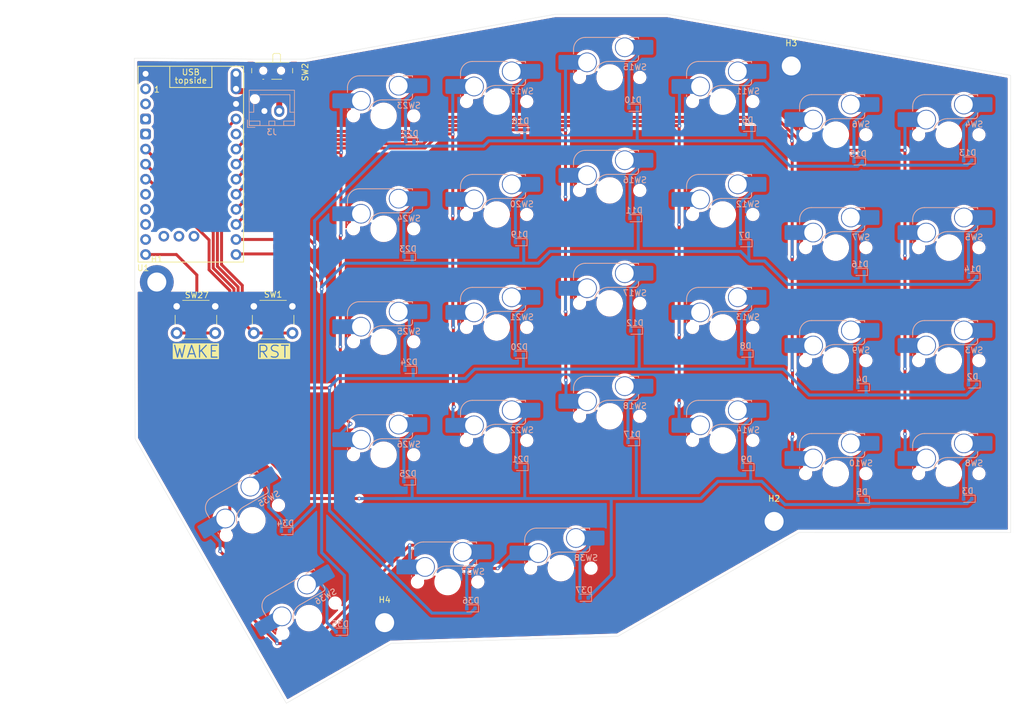
<source format=kicad_pcb>
(kicad_pcb (version 20240108) (generator "pcbnew") (generator_version "8.0")
  (layers (0 "F.Cu" signal) (31 "B.Cu" signal) (34 "B.Paste" user) (35 "F.Paste" user) (36 "B.SilkS" user "B.Silkscreen") (37 "F.SilkS" user "F.Silkscreen") (38 "B.Mask" user) (39 "F.Mask" user) (44 "Edge.Cuts" user))
  (net 0 "")
  (net 1 "GND")
  (net 2 "+BATT")
  (net 4 "WAKE")
  (net 5 "row2")
  (net 6 "Net-(D2-A)")
  (net 7 "Net-(D3-A)")
  (net 8 "row3")
  (net 9 "Net-(D4-A)")
  (net 10 "Net-(D5-A)")
  (net 11 "row0")
  (net 12 "Net-(D6-A)")
  (net 13 "row1")
  (net 14 "Net-(D7-A)")
  (net 15 "Net-(D8-A)")
  (net 16 "Net-(D9-A)")
  (net 17 "Net-(D10-A)")
  (net 18 "Net-(D11-A)")
  (net 19 "Net-(D12-A)")
  (net 20 "Net-(D13-A)")
  (net 21 "Net-(D14-A)")
  (net 22 "Net-(D15-A)")
  (net 23 "Net-(D16-A)")
  (net 24 "Net-(D17-A)")
  (net 25 "Net-(D18-A)")
  (net 26 "Net-(D19-A)")
  (net 27 "Net-(D20-A)")
  (net 28 "Net-(D21-A)")
  (net 29 "Net-(D22-A)")
  (net 30 "Net-(D23-A)")
  (net 31 "Net-(D24-A)")
  (net 32 "Net-(D25-A)")
  (net 33 "Net-(D34-A)")
  (net 34 "Net-(D35-A)")
  (net 35 "Net-(D36-A)")
  (net 36 "Net-(D37-A)")
  (net 37 "RST")
  (net 46 "col0")
  (net 47 "col1")
  (net 48 "col2")
  (net 49 "col3")
  (net 50 "col5")
  (net 51 "col6")
  (net 52 "col4")
  (net 53 "Net-(SW2-B)")
  (footprint "MountingHole:MountingHole_3.2mm_M3_ISO7380_Pad" (layer "F.Cu") (at 243.84 45.3136)
    (property "Reference" "H3")
    (property "Value" "MountingHole_Pad")
  )
  (footprint "MountingHole:MountingHole_3.2mm_M3_ISO7380_Pad" (layer "F.Cu") (at 240.9444 122.1232)
    (property "Reference" "H2")
    (property "Value" "MountingHole_Pad")
  )
  (footprint "Button_Switch_SMD:SW_SPDT_PCM12" (layer "F.Cu") (at 156.3589 46.43145 180)
    (property "Reference" "SW2")
    (property "Value" "SW_SPDT")
  )
  (footprint "MountingHole:MountingHole_3.2mm_M3_ISO7380_Pad" (layer "F.Cu") (at 175.3108 139.192)
    (property "Reference" "H4")
    (property "Value" "MountingHole_Pad")
  )
  (footprint "MountingHole:MountingHole_3.2mm_M3_ISO7380_Pad" (layer "F.Cu") (at 136.91325 81.7511)
    (property "Reference" "H1")
    (property "Value" "MountingHole_Pad")
  )
  (footprint "Button_Switch_THT:SW_PUSH_6mm_H5mm" (layer "F.Cu") (at 140.2612 85.8507)
    (property "Reference" "SW27")
    (property "Value" "SW_Push")
  )
  (footprint "PCM_marbastlib-xp-promicroish:SuperMini_nRF52840_AH_USBup" (layer "F.Cu") (at 142.6464 63.1444)
    (property "Reference" "U1")
    (property "Value" "SuperMini nRF52840")
  )
  (footprint "Button_Switch_THT:SW_PUSH_6mm_H5mm" (layer "F.Cu") (at 153.2648 85.8507)
    (property "Reference" "SW1")
    (property "Value" "SW_Push")
  )
  (footprint "Diode_SMD:D_SOD-523" (layer "B.Cu") (at 158.6 123.725 180)
    (property "Reference" "D34")
    (property "Value" "1N4148WT")
  )
  (footprint "PCM_marbastlib-mx:SW_MX_HS_CPG151101S11_1u" (layer "B.Cu") (at 175.132648 72.771 180)
    (property "Reference" "SW24")
    (property "Value" "MX_SW_HS")
  )
  (footprint "Diode_SMD:D_SOD-523" (layer "B.Cu") (at 217.175 52.35 180)
    (property "Reference" "D10")
    (property "Value" "1N4148WT")
  )
  (footprint "PCM_marbastlib-mx:SW_MX_HS_CPG151101S11_1u" (layer "B.Cu") (at 232.282648 70.358 180)
    (property "Reference" "SW12")
    (property "Value" "MX_SW_HS")
  )
  (footprint "PCM_marbastlib-mx:SW_MX_HS_CPG151101S11_1u" (layer "B.Cu") (at 153.025 121.925 -150)
    (property "Reference" "SW35")
    (property "Value" "MX_SW_HS")
  )
  (footprint "PCM_marbastlib-mx:SW_MX_HS_CPG151101S11_1u" (layer "B.Cu") (at 270.382472 114.046 180)
    (property "Reference" "SW8")
    (property "Value" "MX_SW_HS")
  )
  (footprint "PCM_marbastlib-mx:SW_MX_HS_CPG151101S11_1u" (layer "B.Cu") (at 232.282648 89.408 180)
    (property "Reference" "SW13")
    (property "Value" "MX_SW_HS")
  )
  (footprint "PCM_marbastlib-mx:SW_MX_HS_CPG151101S11_1u" (layer "B.Cu") (at 213.232472 66.294 180)
    (property "Reference" "SW16")
    (property "Value" "MX_SW_HS")
  )
  (footprint "PCM_marbastlib-mx:SW_MX_HS_CPG151101S11_1u" (layer "B.Cu") (at 175.132472 91.821 180)
    (property "Reference" "SW25")
    (property "Value" "MX_SW_HS")
  )
  (footprint "Diode_SMD:D_SOD-523" (layer "B.Cu") (at 198.05 75.025 180)
    (property "Reference" "D19")
    (property "Value" "1N4148WT")
  )
  (footprint "Diode_SMD:D_SOD-523" (layer "B.Cu") (at 179.425 96.575 180)
    (property "Reference" "D24")
    (property "Value" "1N4148WT")
  )
  (footprint "Diode_SMD:D_SOD-523" (layer "B.Cu") (at 179.25 77.475 180)
    (property "Reference" "D23")
    (property "Value" "1N4148WT")
  )
  (footprint "Diode_SMD:D_SOD-523" (layer "B.Cu") (at 217.35 70.975 180)
    (property "Reference" "D11")
    (property "Value" "1N4148WT")
  )
  (footprint "PCM_marbastlib-mx:SW_MX_HS_CPG151101S11_1u" (layer "B.Cu") (at 175.132648 110.871 180)
    (property "Reference" "SW26")
    (property "Value" "MX_SW_HS")
  )
  (footprint "PCM_marbastlib-mx:SW_MX_HS_CPG151101S11_1u" (layer "B.Cu") (at 194.182648 89.408 180)
    (property "Reference" "SW21")
    (property "Value" "MX_SW_HS")
  )
  (footprint "PCM_marbastlib-mx:SW_MX_HS_CPG151101S11_1u" (layer "B.Cu") (at 185.928 132.334 180)
    (property "Reference" "SW37")
    (property "Value" "MX_SW_HS")
  )
  (footprint "Diode_SMD:D_SOD-523" (layer "B.Cu") (at 189.85 136.775 180)
    (property "Reference" "D36")
    (property "Value" "1N4148WT")
  )
  (footprint "PCM_marbastlib-mx:SW_MX_HS_CPG151101S11_1u" (layer "B.Cu") (at 251.332648 75.946 180)
    (property "Reference" "SW7")
    (property "Value" "MX_SW_HS")
  )
  (footprint "PCM_marbastlib-mx:SW_MX_HS_CPG151101S11_1u" (layer "B.Cu") (at 194.182472 70.358 180)
    (property "Reference" "SW20")
    (property "Value" "MX_SW_HS")
  )
  (footprint "Diode_SMD:D_SOD-523" (layer "B.Cu") (at 217.5 89.95 180)
    (property "Reference" "D12")
    (property "Value" "1N4148WT")
  )
  (footprint "PCM_marbastlib-mx:SW_MX_HS_CPG151101S11_1u" (layer "B.Cu") (at 205 130 180)
    (property "Reference" "SW38")
    (property "Value" "MX_SW_HS")
  )
  (footprint "Diode_SMD:D_SOD-523" (layer "B.Cu") (at 198 94 180)
    (property "Reference" "D20")
    (property "Value" "1N4148WT")
  )
  (footprint "Diode_SMD:D_SOD-523" (layer "B.Cu") (at 236.15 93.825 180)
    (property "Reference" "D8")
    (property "Value" "1N4148WT")
  )
  (footprint "PCM_marbastlib-mx:SW_MX_HS_CPG151101S11_1u" (layer "B.Cu") (at 194.182472 51.308 180)
    (property "Reference" "SW19")
    (property "Value" "MX_SW_HS")
  )
  (footprint "PCM_marbastlib-mx:SW_MX_HS_CPG151101S11_1u" (layer "B.Cu") (at 213.232472 85.344 180)
    (property "Reference" "SW17")
    (property "Value" "MX_SW_HS")
  )
  (footprint "Diode_SMD:D_SOD-523" (layer "B.Cu") (at 179.25 115.375 180)
    (property "Reference" "D25")
    (property "Value" "1N4148WT")
  )
  (footprint "Diode_SMD:D_SOD-523" (layer "B.Cu") (at 255.75 118.475 180)
    (property "Reference" "D5")
    (property "Value" "1N4148WT")
  )
  (footprint "Diode_SMD:D_SOD-523" (layer "B.Cu") (at 274.4 99.025 180)
    (property "Reference" "D2")
    (property "Value" "1N4148WT")
  )
  (footprint "Diode_SMD:D_SOD-523" (layer "B.Cu") (at 273.575 61.25 180)
    (property "Reference" "D13")
    (property "Value" "1N4148WT")
  )
  (footprint "Diode_SMD:D_SOD-523" (layer "B.Cu") (at 198.225 112.95 180)
    (property "Reference" "D21")
    (property "Value" "1N4148WT")
  )
  (footprint "PCM_marbastlib-mx:SW_MX_HS_CPG151101S11_1u" (layer "B.Cu") (at 162.56 138.43 -150)
    (property "Reference" "SW36")
    (property "Value" "MX_SW_HS")
  )
  (footprint "PCM_marbastlib-mx:SW_MX_HS_CPG151101S11_1u" (layer "B.Cu") (at 251.332648 94.996 180)
    (property "Reference" "SW9")
    (property "Value" "MX_SW_HS")
  )
  (footprint "Diode_SMD:D_SOD-523" (layer "B.Cu") (at 273.575 118.3 180)
    (property "Reference" "D3")
    (property "Value" "1N4148WT")
  )
  (footprint "Diode_SMD:D_SOD-523" (layer "B.Cu") (at 217.025 108.75 180)
    (property "Reference" "D17")
    (property "Value" "1N4148WT")
  )
  (footprint "Diode_SMD:D_SOD-523" (layer "B.Cu") (at 274.4 80.875 180)
    (property "Reference" "D14")
    (property "Value" "1N4148WT")
  )
  (footprint "PCM_marbastlib-mx:SW_MX_HS_CPG151101S11_1u" (layer "B.Cu") (at 194.182648 108.458 180)
    (property "Reference" "SW22")
    (property "Value" "MX_SW_HS")
  )
  (footprint "Diode_SMD:D_SOD-523" (layer "B.Cu") (at 255.75 99.5 180)
    (property "Reference" "D4")
    (property "Value" "1N4148WT")
  )
  (footprint "PCM_marbastlib-mx:SW_MX_HS_CPG151101S11_1u" (layer "B.Cu") (at 251.332648 56.896 180)
    (property "Reference" "SW6")
    (property "Value" "MX_SW_HS")
  )
  (footprint "PCM_marbastlib-mx:SW_MX_HS_CPG151101S11_1u" (layer "B.Cu") (at 213.232648 104.394 180)
    (property "Reference" "SW18")
    (property "Value" "MX_SW_HS")
  )
  (footprint "Diode_SMD:D_SOD-523" (layer "B.Cu") (at 235.975 75.2 180)
    (property "Reference" "D7")
    (property "Value" "1N4148WT")
  )
  (footprint "Diode_SMD:D_SOD-523" (layer "B.Cu") (at 236.475 55.75 180)
    (property "Reference" "D6")
    (property "Value" "1N4148WT")
  )
  (footprint "PCM_marbastlib-mx:SW_MX_HS_CPG151101S11_1u" (layer "B.Cu") (at 270.382648 94.996 180)
    (property "Reference" "SW3")
    (property "Value" "MX_SW_HS")
  )
  (footprint "PCM_marbastlib-mx:SW_MX_HS_CPG151101S11_1u" (layer "B.Cu") (at 251.332472 114.046 180)
    (property "Reference" "SW10")
    (property "Value" "MX_SW_HS")
  )
  (footprint "Diode_SMD:D_SOD-523" (layer "B.Cu") (at 208.925 135 180)
    (property "Reference" "D37")
    (property "Value" "1N4148WT")
  )
  (footprint "PCM_marbastlib-mx:SW_MX_HS_CPG151101S11_1u" (layer "B.Cu") (at 232.282472 108.458 180)
    (property "Reference" "SW14")
    (property "Value" "MX_SW_HS")
  )
  (footprint "PCM_marbastlib-mx:SW_MX_HS_CPG151101S11_1u" (layer "B.Cu") (at 270.382472 56.896 180)
    (property "Reference" "SW4")
    (property "Value" "MX_SW_HS")
  )
  (footprint "Connector_JST:JST_XH_B2B-XH-AM_1x02_P2.50mm_Vertical" (layer "B.Cu") (at 155.04945 52.9092)
    (property "Reference" "J3")
    (property "Value" "Conn_01x02")
  )
  (footprint "PCM_marbastlib-mx:SW_MX_HS_CPG151101S11_1u" (layer "B.Cu") (at 175.132648 53.721 180)
    (property "Reference" "SW23")
    (property "Value" "MX_SW_HS")
  )
  (footprint "Diode_SMD:D_SOD-523" (layer "B.Cu") (at 236.3 112.95 180)
    (property "Reference" "D9")
    (property "Value" "1N4148WT")
  )
  (footprint "Diode_SMD:D_SOD-523" (layer "B.Cu") (at 198.225 55.9 180)
    (property "Reference" "D18")
    (property "Value" "1N4148WT")
  )
  (footprint "PCM_marbastlib-mx:SW_MX_HS_CPG151101S11_1u" (layer "B.Cu") (at 270.382472 75.946 180)
    (property "Reference" "SW5")
    (property "Value" "MX_SW_HS")
  )
  (footprint "Diode_SMD:D_SOD-523" (layer "B.Cu") (at 255.1 61.425 180)
    (property "Reference" "D15")
    (property "Value" "1N4148WT")
  )
  (footprint "Diode_SMD:D_SOD-523" (layer "B.Cu") (at 255.425 80.05 180)
    (property "Reference" "D16")
    (property "Value" "1N4148WT")
  )
  (footprint "Diode_SMD:D_SOD-523" (layer "B.Cu") (at 179.575 58.025 180)
    (property "Reference" "D22")
    (property "Value" "1N4148WT")
  )
  (footprint "Diode_SMD:D_SOD-523" (layer "B.Cu") (at 167.825 140.725 180)
    (property "Reference" "D35")
    (property "Value" "1N4148WT")
  )
  (footprint "PCM_marbastlib-mx:SW_MX_HS_CPG151101S11_1u" (layer "B.Cu") (at 213.232648 47.244 180)
    (property "Reference" "SW15")
    (property "Value" "MX_SW_HS")
  )
  (footprint "PCM_marbastlib-mx:SW_MX_HS_CPG151101S11_1u" (layer "B.Cu") (at 232.282648 51.308 180)
    (property "Reference" "SW11")
    (property "Value" "MX_SW_HS")
  )
  (gr_poly (pts (xy 158.74 152.78725) (xy 176.4 142.7) (xy 214.6 141.5) (xy 245.1 124) (xy 280.8224 124.0028) (xy 280.8 46.9) (xy 223 36.6) (xy 204 36.6) (xy 161.979999 44.1425) (xy 152.879999 44.1425) (xy 133.1232 43.9968) (xy 133.2484 108.1532)) (stroke (width 0.05)) (fill none) (layer "Edge.Cuts"))
  (gr_text "RST\n" (at 153.700514 94.6692 0) (layer "F.SilkS" knockout) (effects (font (size 2 2) (thickness 0.2)) (justify left bottom)))
  (gr_text "WAKE" (at 139.506438 94.6692 0) (layer "F.SilkS" knockout) (effects (font (size 2 2) (thickness 0.2)) (justify left bottom)))
  (segment (start 157.54945 52.9092) (end 157.54945 48.9209) (width 1) (layer "F.Cu") (net 2))
  (segment (start 157.54945 48.9209) (end 158.6089 47.86145) (width 1) (layer "F.Cu") (net 2))
  (segment (start 140.2612 90.3507) (end 143.6597 90.3507) (width 0.5) (layer "F.Cu") (net 4))
  (segment (start 143.6597 90.3507) (end 146.7612 90.3507) (width 0.5) (layer "F.Cu") (net 4))
  (segment (start 140.21355 77.1144) (end 135.0264 77.1144) (width 0.5) (layer "F.Cu") (net 4))
  (segment (start 143.6597 90.3507) (end 143.6597 80.56055) (width 0.5) (layer "F.Cu") (net 4))
  (segment (start 143.6597 80.56055) (end 140.21355 77.1144) (width 0.5) (layer "F.Cu") (net 4))
  (segment (start 166.0144 99.60935) (end 157.54945 99.60935) (width 0.5) (layer "F.Cu") (net 5))
  (segment (start 150.6156 92.6755) (end 150.6156 82.5957) (width 0.5) (layer "F.Cu") (net 5))
  (segment (start 147.128 71.436) (end 135.0264 59.3344) (width 0.5) (layer "F.Cu") (net 5))
  (segment (start 150.6156 82.5957) (end 147.128 79.1081) (width 0.5) (layer "F.Cu") (net 5))
  (segment (start 157.54945 99.60935) (end 150.6156 92.6755) (width 0.5) (layer "F.Cu") (net 5))
  (segment (start 147.128 79.1081) (end 147.128 71.436) (width 0.5) (layer "F.Cu") (net 5))
  (via (at 166.0144 99.60935) (size 0.6) (drill 0.3) (layers "F.Cu" "B.Cu") (net 5))
  (segment (start 190.488 96.43455) (end 198.425 96.43455) (width 0.5) (layer "B.Cu") (net 5))
  (segment (start 188.9006 98.02195) (end 190.488 96.43455) (width 0.5) (layer "B.Cu") (net 5))
  (segment (start 198.7 94) (end 198.7 96.15955) (width 0.5) (layer "B.Cu") (net 5))
  (segment (start 256.76195 100.7999) (end 273.3251 100.7999) (width 0.5) (layer "B.Cu") (net 5))
  (segment (start 218.2 96.36705) (end 218.2 89.95) (width 0.5) (layer "B.Cu") (net 5))
  (segment (start 183.295 137.575) (end 166.0144 120.2944) (width 0.5) (layer "B.Cu") (net 5))
  (segment (start 167.4707 98.02195) (end 188.9006 98.02195) (width 0.5) (layer "B.Cu") (net 5))
  (segment (start 256.45 99.5) (end 256.45 100.48795) (width 0.5) (layer "B.Cu") (net 5))
  (segment (start 273.3251 100.7999) (end 275.1 99.025) (width 0.5) (layer "B.Cu") (net 5))
  (segment (start 246.8407 100.7999) (end 256.76195 100.7999) (width 0.5) (layer "B.Cu") (net 5))
  (segment (start 237.3163 96.43455) (end 242.47535 96.43455) (width 0.5) (layer "B.Cu") (net 5))
  (segment (start 189.75 137.575) (end 183.295 137.575) (width 0.5) (layer "B.Cu") (net 5))
  (segment (start 236.85 93.825) (end 236.85 96.43455) (width 0.5) (layer "B.Cu") (net 5))
  (segment (start 166.0144 120.2944) (end 166.0144 99.60935) (width 0.5) (layer "B.Cu") (net 5))
  (segment (start 180.125 96.575) (end 180.125 98.02195) (width 0.5) (layer "B.Cu") (net 5))
  (segment (start 190.55 136.775) (end 189.75 137.575) (width 0.5) (layer "B.Cu") (net 5))
  (segment (start 166.0144 99.60935) (end 166.0144 99.47825) (width 0.5) (layer "B.Cu") (net 5))
  (segment (start 242.47535 96.43455) (end 246.8407 100.7999) (width 0.5) (layer "B.Cu") (net 5))
  (segment (start 198.425 96.43455) (end 237.3163 96.43455) (width 0.5) (layer "B.Cu") (net 5))
  (segment (start 256.45 100.48795) (end 256.76195 100.7999) (width 0.5) (layer "B.Cu") (net 5))
  (segment (start 166.0144 99.47825) (end 167.4707 98.02195) (width 0.5) (layer "B.Cu") (net 5))
  (segment (start 273.7 92.688648) (end 276.472648 89.916) (width 0.5) (layer "B.Cu") (net 6))
  (segment (start 273.7 90.693352) (end 272.922648 89.916) (width 0.5) (layer "B.Cu") (net 6))
  (segment (start 273.7 99.025) (end 273.7 92.688648) (width 0.5) (layer "B.Cu") (net 6))
  (segment (start 272.875 118.3) (end 272.876372 118.298628) (width 0.5) (layer "B.Cu") (net 7))
  (segment (start 272.876372 118.298628) (end 272.876372 112.5621) (width 0.5) (layer "B.Cu") (net 7))
  (segment (start 272.876372 112.5621) (end 276.472472 108.966) (width 0.5) (layer "B.Cu") (net 7))
  (segment (start 171.04235 118.2613) (end 162.31165 118.2613) (width 0.5) (layer "F.Cu") (net 8))
  (segment (start 149.9156 82.88565) (end 146.428 79.39805) (width 0.5) (layer "F.Cu") (net 8))
  (segment (start 146.428 73.276) (end 135.0264 61.8744) (width 0.5) (layer "F.Cu") (net 8))
  (segment (start 162.31165 118.2613) (end 149.9156 105.86525) (width 0.5) (layer "F.Cu") (net 8))
  (segment (start 149.9156 105.86525) (end 149.9156 82.88565) (width 0.5) (layer "F.Cu") (net 8))
  (segment (start 146.428 79.39805) (end 146.428 73.276) (width 0.5) (layer "F.Cu") (net 8))
  (via (at 171.04235 118.2613) (size 0.6) (drill 0.3) (layers "F.Cu" "B.Cu") (net 8))
  (segment (start 257.075 119.1) (end 256.9 119.275) (width 0.5) (layer "B.Cu") (net 8))
  (segment (start 217.725 108.75) (end 217.725 118.11565) (width 0.5) (layer "B.Cu") (net 8))
  (segment (start 179.95 115.375) (end 179.95 118.08435) (width 0.5) (layer "B.Cu") (net 8))
  (segment (start 213.5053 131.1197) (end 213.5053 118.2613) (width 0.5) (layer "B.Cu") (net 8))
  (segment (start 213.5053 118.2613) (end 177.083575 118.2613) (width 0.5) (layer "B.Cu") (net 8))
  (segment (start 257.075 119.1) (end 273.475 119.1) (width 0.5) (layer "B.Cu") (net 8))
  (segment (start 237 115.375) (end 237.3163 115.375) (width 0.5) (layer "B.Cu") (net 8))
  (segment (start 179.77305 118.2613) (end 171.04235 118.2613) (width 0.5) (layer "B.Cu") (net 8))
  (segment (start 228.5856 118.2613) (end 217.87065 118.2613) (width 0.5) (layer "B.Cu") (net 8))
  (segment (start 217.87065 118.2613) (end 213.5053 118.2613) (width 0.5) (layer "B.Cu") (net 8))
  (segment (start 256.9 119.275) (end 242.763105 119.275) (width 0.5) (layer "B.Cu") (net 8))
  (segment (start 237.3163 115.375) (end 231.4719 115.375) (width 0.5) (layer "B.Cu") (net 8))
  (segment (start 273.475 119.1) (end 274.275 118.3) (width 0.5) (layer "B.Cu") (net 8))
  (segment (start 198.925 112.95) (end 198.925 118.15815) (width 0.5) (layer "B.Cu") (net 8))
  (segment (start 238.863105 115.375) (end 237.3163 115.375) (width 0.5) (layer "B.Cu") (net 8))
  (segment (start 217.725 118.11565) (end 217.87065 118.2613) (width 0.5) (layer "B.Cu") (net 8))
  (segment (start 209.625 135) (end 213.5053 131.1197) (width 0.5) (layer "B.Cu") (net 8))
  (segment (start 231.4719 115.375) (end 228.5856 118.2613) (width 0.5) (layer "B.Cu") (net 8))
  (segment (start 256.45 118.475) (end 257.075 119.1) (width 0.5) (layer "B.Cu") (net 8))
  (segment (start 179.95 118.08435) (end 179.77305 118.2613) (width 0.5) (layer "B.Cu") (net 8))
  (segment (start 237 112.95) (end 237 115.375) (width 0.5) (layer "B.Cu") (net 8))
  (segment (start 242.763105 119.275) (end 238.863105 115.375) (width 0.5) (layer "B.Cu") (net 8))
  (segment (start 255.037648 92.301) (end 257.422648 89.916) (width 0.5) (layer "B.Cu") (net 9))
  (segment (start 255.05 99.5) (end 255.037648 99.487648) (width 0.5) (layer "B.Cu") (net 9))
  (segment (start 255.037648 90.551) (end 255.672648 89.916) (width 0.5) (layer "B.Cu") (net 9))
  (segment (start 255.037648 99.487648) (end 255.037648 92.301) (width 0.5) (layer "B.Cu") (net 9))
  (segment (start 255.037472 118.462472) (end 255.037472 111.351) (width 0.5) (layer "B.Cu") (net 10))
  (segment (start 255.05 118.475) (end 255.037472 118.462472) (width 0.5) (layer "B.Cu") (net 10))
  (segment (start 255.037472 111.351) (end 257.422472 108.966) (width 0.5) (layer "B.Cu") (net 10))
  (segment (start 163.5022 75.438) (end 162.6386 74.5744) (width 0.5) (layer "F.Cu") (net 11))
  (segment (start 162.6386 74.5744) (end 150.2664 74.5744) (width 0.5) (layer "F.Cu") (net 11))
  (via (at 163.5022 75.438) (size 0.6) (drill 0.3) (layers "F.Cu" "B.Cu") (net 11))
  (segment (start 273.475 62.05) (end 274.275 61.25) (width 0.5) (layer "B.Cu") (net 11))
  (segment (start 237.3163 57.9401) (end 237.175 57.7988) (width 0.5) (layer "B.Cu") (net 11))
  (segment (start 237.3163 57.9401) (end 198.82185 57.9401) (width 0.5) (layer "B.Cu") (net 11))
  (segment (start 243.65 62.225) (end 239.3651 57.9401) (width 0.5) (layer "B.Cu") (net 11))
  (segment (start 163.5022 75.438) (end 163.5022 119.5228) (width 0.5) (layer "B.Cu") (net 11))
  (segment (start 163.5022 71.397) (end 176.0728 58.8264) (width 0.5) (layer "B.Cu") (net 11))
  (segment (start 163.5022 75.438) (end 163.5022 71.397) (width 0.5) (layer "B.Cu") (net 11))
  (segment (start 191.9828 58.8264) (end 180.1699 58.8264) (width 0.5) (layer "B.Cu") (net 11))
  (segment (start 239.3651 57.9401) (end 237.3163 57.9401) (width 0.5) (layer "B.Cu") (net 11))
  (segment (start 255.8 61.425) (end 255.8 61.774999) (width 0.5) (layer "B.Cu") (net 11))
  (segment (start 198.82185 57.9401) (end 198.925 57.83695) (width 0.5) (layer "B.Cu") (net 11))
  (segment (start 180.275 58.7213) (end 180.1699 58.8264) (width 0.5) (layer "B.Cu") (net 11))
  (segment (start 255.8 61.425) (end 255 62.225) (width 0.5) (layer "B.Cu") (net 11))
  (segment (start 192.8691 57.9401) (end 191.9828 58.8264) (width 0.5) (layer "B.Cu") (net 11))
  (segment (start 163.5022 119.5228) (end 159.3 123.725) (width 0.5) (layer "B.Cu") (net 11))
  (segment (start 255 62.225) (end 243.65 62.225) (width 0.5) (layer "B.Cu") (net 11))
  (segment (start 256.075001 62.05) (end 273.475 62.05) (width 0.5) (layer "B.Cu") (net 11))
  (segment (start 217.875 52.35) (end 217.875 57.9401) (width 0.5) (layer "B.Cu") (net 11))
  (segment (start 198.925 57.83695) (end 198.925 55.9) (width 0.5) (layer "B.Cu") (net 11))
  (segment (start 237.175 57.7988) (end 237.175 55.75) (width 0.5) (layer "B.Cu") (net 11))
  (segment (start 255.8 61.774999) (end 256.075001 62.05) (width 0.5) (layer "B.Cu") (net 11))
  (segment (start 198.82185 57.9401) (end 192.8691 57.9401) (width 0.5) (layer "B.Cu") (net 11))
  (segment (start 180.275 58.025) (end 180.275 58.7213) (width 0.5) (layer "B.Cu") (net 11))
  (segment (start 176.0728 58.8264) (end 180.1699 58.8264) (width 0.5) (layer "B.Cu") (net 11))
  (segment (start 235.775 47.075648) (end 236.622648 46.228) (width 0.5) (layer "B.Cu") (net 12))
  (segment (start 235.775 55.75) (end 235.775 48.825648) (width 0.5) (layer "B.Cu") (net 12))
  (segment (start 235.775 48.825648) (end 238.372648 46.228) (width 0.5) (layer "B.Cu") (net 12))
  (segment (start 164.69275 82.94165) (end 164.69275 81.32995) (width 0.5) (layer "F.Cu") (net 13))
  (segment (start 164.69275 81.32995) (end 160.3756 77.0128) (width 0.5) (layer "F.Cu") (net 13))
  (segment (start 160.3756 77.0128) (end 150.368 77.0128) (width 0.5) (layer "F.Cu") (net 13))
  (segment (start 150.368 77.0128) (end 150.2664 77.1144) (width 0.5) (layer "F.Cu") (net 13))
  (via (at 164.69275 82.94165) (size 0.6) (drill 0.3) (layers "F.Cu" "B.Cu") (net 13))
  (segment (start 203.1872 76.59205) (end 235.2975 76.59205) (width 0.5) (layer "B.Cu") (net 13))
  (segment (start 179.95 77.475) (end 179.95 78.3564) (width 0.5) (layer "B.Cu") (net 13))
  (segment (start 168.66125 78.5763) (end 180.1699 78.5763) (width 0.5) (layer "B.Cu") (net 13))
  (segment (start 168.525 131.2211) (end 168.525 140.725) (width 0.5) (layer "B.Cu") (net 13))
  (segment (start 198.75 78.50445) (end 198.82185 78.5763) (width 0.5) (layer "B.Cu") (net 13))
  (segment (start 256.125 81.90785) (end 256.3651 82.14795) (width 0.5) (layer "B.Cu") (net 13))
  (segment (start 256.125 80.05) (end 256.125 81.90785) (width 0.5) (layer "B.Cu") (net 13))
  (segment (start 198.82185 78.5763) (end 180.1699 78.5763) (width 0.5) (layer "B.Cu") (net 13))
  (segment (start 239.3351 78.214) (end 236.91945 78.214) (width 0.5) (layer "B.Cu") (net 13))
  (segment (start 256.3651 82.14795) (end 243.26905 82.14795) (width 0.5) (layer "B.Cu") (net 13))
  (segment (start 164.69275 82.94165) (end 164.69275 82.5448) (width 0.5) (layer "B.Cu") (net 13))
  (segment (start 198.82185 78.5763) (end 201.20295 78.5763) (width 0.5) (layer "B.Cu") (net 13))
  (segment (start 164.69275 82.5448) (end 168.66125 78.5763) (width 0.5) (layer "B.Cu") (net 13))
  (segment (start 273.82705 82.14795) (end 256.3651 82.14795) (width 0.5) (layer "B.Cu") (net 13))
  (segment (start 243.26905 82.14795) (end 239.3351 78.214) (width 0.5) (layer "B.Cu") (net 13))
  (segment (start 236.675 75.2) (end 236.675 77.96955) (width 0.5) (layer "B.Cu") (net 13))
  (segment (start 235.2975 76.59205) (end 236.91945 78.214) (width 0.5) (layer "B.Cu") (net 13))
  (segment (start 236.675 77.96955) (end 236.91945 78.214) (width 0.5) (layer "B.Cu") (net 13))
  (segment (start 201.20295 78.5763) (end 203.1872 76.59205) (width 0.5) (layer "B.Cu") (net 13))
  (segment (start 164.69275 82.94165) (end 164.69275 127.38885) (width 0.5) (layer "B.Cu") (net 13))
  (segment (start 164.69275 127.38885) (end 168.525 131.2211) (width 0.5) (layer "B.Cu") (net 13))
  (segment (start 275.1 80.875) (end 273.82705 82.14795) (width 0.5) (layer "B.Cu") (net 13))
  (segment (start 198.75 75.025) (end 198.75 78.50445) (width 0.5) (layer "B.Cu") (net 13))
  (segment (start 218.05 70.975) (end 218.05 76.59205) (width 0.5) (layer "B.Cu") (net 13))
  (segment (start 179.95 78.3564) (end 180.1699 78.5763) (width 0.5) (layer "B.Cu") (net 13))
  (segment (start 235.275 65.730352) (end 234.822648 65.278) (width 0.5) (layer "B.Cu") (net 14))
  (segment (start 235.275 68.375648) (end 238.372648 65.278) (width 0.5) (layer "B.Cu") (net 14))
  (segment (start 235.275 75.2) (end 235.275 68.375648) (width 0.5) (layer "B.Cu") (net 14))
  (segment (start 235.45 93.825) (end 235.45 87.250648) (width 0.5) (layer "B.Cu") (net 15))
  (segment (start 235.45 87.250648) (end 238.372648 84.328) (width 0.5) (layer "B.Cu") (net 15))
  (segment (start 235.45 84.955352) (end 234.822648 84.328) (width 0.5) (layer "B.Cu") (net 15))
  (segment (start 235.6 106.150472) (end 238.372472 103.378) (width 0.5) (layer "B.Cu") (net 16))
  (segment (start 235.6 112.95) (end 235.6 106.150472) (width 0.5) (layer "B.Cu") (net 16))
  (segment (start 216.475 43.261648) (end 217.572648 42.164) (width 0.5) (layer "B.Cu") (net 17))
  (segment (start 216.475 45.011648) (end 219.322648 42.164) (width 0.5) (layer "B.Cu") (net 17))
  (segment (start 216.475 52.35) (end 216.475 45.011648) (width 0.5) (layer "B.Cu") (net 17))
  (segment (start 216.65 70.975) (end 216.65 63.886472) (width 0.5) (layer "B.Cu") (net 18))
  (segment (start 216.65 63.886472) (end 219.322472 61.214) (width 0.5) (layer "B.Cu") (net 18))
  (segment (start 216.65 62.091528) (end 215.772472 61.214) (width 0.5) (layer "B.Cu") (net 18))
  (segment (start 216.8 82.786472) (end 219.322472 80.264) (width 0.5) (layer "B.Cu") (net 19))
  (segment (start 216.8 89.95) (end 216.8 82.786472) (width 0.5) (layer "B.Cu") (net 19))
  (segment (start 272.876372 55.4121) (end 276.472472 51.816) (width 0.5) (layer "B.Cu") (net 20))
  (segment (start 272.876372 61.248628) (end 272.876372 55.4121) (width 0.5) (layer "B.Cu") (net 20))
  (segment (start 272.875 61.25) (end 272.876372 61.248628) (width 0.5) (layer "B.Cu") (net 20))
  (segment (start 272.875 61.25) (end 272.922472 61.202528) (width 0.5) (layer "B.Cu") (net 20))
  (segment (start 273.7 80.875) (end 273.7 73.638472) (width 0.5) (layer "B.Cu") (net 21))
  (segment (start 273.7 73.638472) (end 276.472472 70.866) (width 0.5) (layer "B.Cu") (net 21))
  (segment (start 273.7 71.643528) (end 272.922472 70.866) (width 0.5) (layer "B.Cu") (net 21))
  (segment (start 254.4 54.838648) (end 257.422648 51.816) (width 0.5) (layer "B.Cu") (net 22))
  (segment (start 254.4 52.343352) (end 253.872648 51.816) (width 0.5) (layer "B.Cu") (net 22))
  (segment (start 254.4 61.425) (end 254.4 54.838648) (width 0.5) (layer "B.Cu") (net 22))
  (segment (start 254.725 80.05) (end 254.725 73.563648) (width 0.5) (layer "B.Cu") (net 23))
  (segment (start 254.725 73.563648) (end 257.422648 70.866) (width 0.5) (layer "B.Cu") (net 23))
  (segment (start 254.725 71.718352) (end 253.872648 70.866) (width 0.5) (layer "B.Cu") (net 23))
  (segment (start 216.325 108.75) (end 216.325 102.311648) (width 0.5) (layer "B.Cu") (net 24))
  (segment (start 216.325 102.311648) (end 219.322648 99.314) (width 0.5) (layer "B.Cu") (net 24))
  (segment (start 197.525 55.9) (end 197.525 48.975472) (width 0.5) (layer "B.Cu") (net 25))
  (segment (start 197.525 47.030528) (end 196.722472 46.228) (width 0.5) (layer "B.Cu") (net 25))
  (segment (start 197.525 48.975472) (end 200.272472 46.228) (width 0.5) (layer "B.Cu") (net 25))
  (segment (start 197.35 68.200472) (end 200.272472 65.278) (width 0.5) (layer "B.Cu") (net 26))
  (segment (start 197.35 75.025) (end 197.35 68.200472) (width 0.5) (layer "B.Cu") (net 26))
  (segment (start 197.35 65.905528) (end 196.722472 65.278) (width 0.5) (layer "B.Cu") (net 26))
  (segment (start 197.3 94) (end 197.3 87.300648) (width 0.5) (layer "B.Cu") (net 27))
  (segment (start 197.3 87.300648) (end 200.272648 84.328) (width 0.5) (layer "B.Cu") (net 27))
  (segment (start 197.3 84.905352) (end 196.722648 84.328) (width 0.5) (layer "B.Cu") (net 27))
  (segment (start 197.525 112.95) (end 197.525 106.125648) (width 0.5) (layer "B.Cu") (net 28))
  (segment (start 197.525 106.125648) (end 200.272648 103.378) (width 0.5) (layer "B.Cu") (net 28))
  (segment (start 197.525 104.180352) (end 196.722648 103.378) (width 0.5) (layer "B.Cu") (net 28))
  (segment (start 178.875 58.025) (end 178.837648 57.987648) (width 0.5) (layer "B.Cu") (net 29))
  (segment (start 178.837648 51.026) (end 181.222648 48.641) (width 0.5) (layer "B.Cu") (net 29))
  (segment (start 178.837648 57.987648) (end 178.837648 51.026) (width 0.5) (layer "B.Cu") (net 29))
  (segment (start 178.55 77.475) (end 178.55 70.363648) (width 0.5) (layer "B.Cu") (net 30))
  (segment (start 178.55 68.613648) (end 179.472648 67.691) (width 0.5) (layer "B.Cu") (net 30))
  (segment (start 178.55 70.363648) (end 181.222648 67.691) (width 0.5) (layer "B.Cu") (net 30))
  (segment (start 179.472472 90.616456) (end 179.472472 86.741) (width 0.5) (layer "B.Cu") (net 31))
  (segment (start 178.725 91.363928) (end 179.472472 90.616456) (width 0.5) (layer "B.Cu") (net 31))
  (segment (start 178.725 96.575) (end 178.725 91.363928) (width 0.5) (layer "B.Cu") (net 31))
  (segment (start 178.55 108.463648) (end 181.222648 105.791) (width 0.5) (layer "B.Cu") (net 32))
  (segment (start 178.55 106.668352) (end 177.672648 105.791) (width 0.5) (layer "B.Cu") (net 32))
  (segment (start 178.55 115.375) (end 178.55 108.463648) (width 0.5) (layer "B.Cu") (net 32))
  (segment (start 155.759095 119.66423) (end 155.759095 114.480591) (width 0.5) (layer "B.Cu") (net 33))
  (segment (start 157.9 121.805135) (end 155.759095 119.66423) (width 0.5) (layer "B.Cu") (net 33))
  (segment (start 157.9 123.725) (end 157.9 121.805135) (width 0.5) (layer "B.Cu") (net 33))
  (segment (start 165.584409 139.184409) (end 165.584409 133.66645) (width 0.5) (layer "B.Cu") (net 34))
  (segment (start 167.125 140.725) (end 165.584409 139.184409) (width 0.5) (layer "B.Cu") (net 34))
  (segment (start 165.584409 133.66645) (end 163.77855 131.860591) (width 0.5) (layer "B.Cu") (net 34))
  (segment (start 189.15 136.775) (end 189.15 130.122) (width 0.5) (layer "B.Cu") (net 35))
  (segment (start 189.15 130.122) (end 192.018 127.254) (width 0.5) (layer "B.Cu") (net 35))
  (segment (start 189.15 127.936) (end 188.468 127.254) (width 0.5) (layer "B.Cu") (net 35))
  (segment (start 208.225 135) (end 208.225 127.785) (width 0.5) (layer "B.Cu") (net 36))
  (segment (start 208.225 127.785) (end 211.09 124.92) (width 0.5) (layer "B.Cu") (net 36))
  (segment (start 150.2664 54.2544) (end 147.828 56.6928) (width 0.5) (layer "F.Cu") (net 37))
  (segment (start 147.828 56.6928) (end 147.828 78.81815) (width 0.5) (layer "F.Cu") (net 37))
  (segment (start 153.2648 90.3507) (end 159.7648 90.3507) (width 0.5) (layer "F.Cu") (net 37))
  (segment (start 151.3156 82.30575) (end 151.3156 88.4015) (width 0.5) (layer "F.Cu") (net 37))
  (segment (start 151.3156 88.4015) (end 153.2648 90.3507) (width 0.5) (layer "F.Cu") (net 37))
  (segment (start 147.828 78.81815) (end 151.3156 82.30575) (width 0.5) (layer "F.Cu") (net 37))
  (segment (start 262.9916 59.5275) (end 262.9916 77.2668) (width 0.5) (layer "F.Cu") (net 46))
  (segment (start 246.8407 59.5275) (end 241.2848 53.9716) (width 0.5) (layer "F.Cu") (net 46))
  (segment (start 262.9916 96.3676) (end 262.9916 77.2668) (width 0.5) (layer "F.Cu") (net 46))
  (segment (start 183.3447 53.9716) (end 180.9636 56.3527) (width 0.5) (layer "F.Cu") (net 46))
  (segment (start 262.9916 59.5275) (end 246.8407 59.5275) (width 0.5) (layer "F.Cu") (net 46))
  (segment (start 241.2848 53.9716) (end 183.3447 53.9716) (width 0.5) (layer "F.Cu") (net 46))
  (segment (start 262.9916 107.3912) (end 262.9916 96.3676) (width 0.5) (layer "F.Cu") (net 46))
  (segment (start 153.2481 56.3527) (end 150.2664 59.3344) (width 0.5) (layer "F.Cu") (net 46))
  (segment (start 180.9636 56.3527) (end 153.2481 56.3527) (width 0.5) (layer "F.Cu") (net 46))
  (via (at 262.9916 77.2668) (size 0.6) (drill 0.3) (layers "F.Cu" "B.Cu") (net 46))
  (via (at 262.9916 96.3676) (size 0.6) (drill 0.3) (layers "F.Cu" "B.Cu") (net 46))
  (via (at 262.9916 59.5275) (size 0.6) (drill 0.3) (layers "F.Cu" "B.Cu") (net 46))
  (via (at 262.9916 107.3912) (size 0.6) (drill 0.3) (layers "F.Cu" "B.Cu") (net 46))
  (segment (start 262.9916 96.3676) (end 262.9916 92.487048) (width 0.5) (layer "B.Cu") (net 46))
  (segment (start 263.022472 111.506) (end 263.022472 107.422072) (width 0.5) (layer "B.Cu") (net 46))
  (segment (start 262.9916 54.386872) (end 263.022472 54.356) (width 0.5) (layer "B.Cu") (net 46))
  (segment (start 262.9916 77.2668) (end 262.9916 73.436872) (width 0.5) (layer "B.Cu") (net 46))
  (segment (start 262.9916 73.436872) (end 263.022472 73.406) (width 0.5) (layer "B.Cu") (net 46))
  (segment (start 263.022472 107.422072) (end 262.9916 107.3912) (width 0.5) (layer "B.Cu") (net 46))
  (segment (start 262.9916 92.487048) (end 263.022648 92.456) (width 0.5) (layer "B.Cu") (net 46))
  (segment (start 262.9916 59.5275) (end 262.9916 54.386872) (width 0.5) (layer "B.Cu") (net 46))
  (segment (start 243.9416 57.9401) (end 243.9416 57.61835) (width 0.5) (layer "F.Cu") (net 47))
  (segment (start 181.25355 57.0527) (end 155.0881 57.0527) (width 0.5) (layer "F.Cu") (net 47))
  (segment (start 183.63465 54.6716) (end 181.25355 57.0527) (width 0.5) (layer "F.Cu") (net 47))
  (segment (start 244.0432 96.6724) (end 243.9924 96.6216) (width 0.5) (layer "F.Cu") (net 47))
  (segment (start 155.0881 57.0527) (end 150.2664 61.8744) (width 0.5) (layer "F.Cu") (net 47))
  (segment (start 244.0432 107.8484) (end 244.0432 96.6724) (width 0.5) (layer "F.Cu") (net 47))
  (segment (start 240.99485 54.6716) (end 183.63465 54.6716) (width 0.5) (layer "F.Cu") (net 47))
  (segment (start 243.9924 96.3168) (end 243.9924 77.8764) (width 0.5) (layer "F.Cu") (net 47))
  (segment (start 243.9924 77.8764) (end 243.9924 77.47) (width 0.5) (layer "F.Cu") (net 47))
  (segment (start 243.9416 57.61835) (end 240.99485 54.6716) (width 0.5) (layer "F.Cu") (net 47))
  (segment (start 243.9924 96.6216) (end 243.9924 96.3168) (width 0.5) (layer "F.Cu") (net 47))
  (segment (start 243.9924 57.9909) (end 243.9924 77.8764) (width 0.5) (layer "F.Cu") (net 47))
  (segment (start 243.9416 57.9401) (end 243.9924 57.9909) (width 0.5) (layer "F.Cu") (net 47))
  (via (at 243.9416 57.9401) (size 0.6) (drill 0.3) (layers "F.Cu" "B.Cu") (net 47))
  (via (at 243.9924 96.6216) (size 0.6) (drill 0.3) (layers "F.Cu" "B.Cu") (net 47))
  (via (at 243.9924 77.47) (size 0.6) (drill 0.3) (layers "F.Cu" "B.Cu") (net 47))
  (via (at 244.0432 107.8484) (size 0.6) (drill 0.3) (layers "F.Cu" "B.Cu") (net 47))
  (segment (start 243.9416 57.9401) (end 243.9416 54.387048) (width 0.5) (layer "B.Cu") (net 47))
  (segment (start 243.9416 54.387048) (end 243.972648 54.356) (width 0.5) (layer "B.Cu") (net 47))
  (segment (start 243.972472 107.919128) (end 244.0432 107.8484) (width 0.5) (layer "B.Cu") (net 47))
  (segment (start 243.9924 92.475752) (end 243.972648 92.456) (width 0.5) (layer "B.Cu") (net 47))
  (segment (start 243.9924 73.425752) (end 243.972648 73.406) (width 0.5) (layer "B.Cu") (net 47))
  (segment (start 243.9924 96.6216) (end 243.9924 92.475752) (width 0.5) (layer "B.Cu") (net 47))
  (segment (start 243.972472 111.506) (end 243.972472 107.919128) (width 0.5) (layer "B.Cu") (net 47))
  (segment (start 243.9924 77.47) (end 243.9924 73.425752) (width 0.5) (layer "B.Cu") (net 47))
  (segment (start 156.9281 57.7527) (end 150.2664 64.4144) (width 0.5) (layer "F.Cu") (net 48))
  (segment (start 224.9424 55.4724) (end 224.9424 72.0344) (width 0.5) (layer "F.Cu") (net 48))
  (segment (start 224.9432 55.3716) (end 183.9246 55.3716) (width 0.5) (layer "F.Cu") (net 48))
  (segment (start 224.9932 55.4216) (end 224.9424 55.4724) (width 0.5) (layer "F.Cu") (net 48))
  (segment (start 181.5435 57.7527) (end 156.9281 57.7527) (width 0.5) (layer "F.Cu") (net 48))
  (segment (start 183.9246 55.3716) (end 181.5435 57.7527) (width 0.5) (layer "F.Cu") (net 48))
  (segment (start 224.9424 90.6272) (end 224.9424 72.0344) (width 0.5) (layer "F.Cu") (net 48))
  (segment (start 224.9932 55.4216) (end 224.9432 55.3716) (width 0.5) (layer "F.Cu") (net 48))
  (segment (start 224.9424 102.2096) (end 224.9424 90.6272) (width 0.5) (layer "F.Cu") (net 48))
  (via (at 224.9932 55.4216) (size 0.6) (drill 0.3) (layers "F.Cu" "B.Cu") (net 48))
  (via (at 224.9424 90.6272) (size 0.6) (drill 0.3) (layers "F.Cu" "B.Cu") (net 48))
  (via (at 224.9424 72.0344) (size 0.6) (drill 0.3) (layers "F.Cu" "B.Cu") (net 48))
  (via (at 224.9424 102.2096) (size 0.6) (drill 0.3) (layers "F.Cu" "B.Cu") (net 48))
  (segment (start 224.9424 72.0344) (end 224.9424 67.837752) (width 0.5) (layer "B.Cu") (net 48))
  (segment (start 224.9932 48.838552) (end 224.922648 48.768) (width 0.5) (layer "B.Cu") (net 48))
  (segment (start 224.9424 90.6272) (end 224.9424 86.887752) (width 0.5) (layer "B.Cu") (net 48))
  (segment (start 224.9424 67.837752) (end 224.922648 67.818) (width 0.5) (layer "B.Cu") (net 48))
  (segment (start 224.922472 105.918) (end 224.922472 102.229528) (width 0.5) (layer "B.Cu") (net 48))
  (segment (start 224.9932 55.4216) (end 224.9932 48.838552) (width 0.5) (layer "B.Cu") (net 48))
  (segment (start 224.922472 102.229528) (end 224.9424 102.2096) (width 0.5) (layer "B.Cu") (net 48))
  (segment (start 224.9424 86.887752) (end 224.922648 86.868) (width 0.5) (layer "B.Cu") (net 48))
  (segment (start 205.7408 56.0716) (end 184.21455 56.0716) (width 0.5) (layer "F.Cu") (net 49))
  (segment (start 205.7908 56.1216) (end 205.7408 56.0716) (width 0.5) (layer "F.Cu") (net 49))
  (segment (start 205.7908 86.7156) (end 205.7908 86.6648) (width 0.5) (layer "F.Cu") (net 49))
  (segment (start 184.21455 56.0716) (end 181.83345 58.4527) (width 0.5) (layer "F.Cu") (net 49))
  (segment (start 205.8416 86.7664) (end 205.7908 86.7156) (width 0.5) (layer "F.Cu") (net 49))
  (segment (start 158.7681 58.4527) (end 150.2664 66.9544) (width 0.5) (layer "F.Cu") (net 49))
  (segment (start 205.7908 86.6648) (end 205.7908 67.3608) (width 0.5) (layer "F.Cu") (net 49))
  (segment (start 181.83345 58.4527) (end 158.7681 58.4527) (width 0.5) (layer "F.Cu") (net 49))
  (segment (start 205.7908 67.3608) (end 205.7908 56.1216) (width 0.5) (layer "F.Cu") (net 49))
  (segment (start 205.8416 98.298) (end 205.8416 86.7664) (width 0.5) (layer "F.Cu") (net 49))
  (via (at 205.7908 67.3608) (size 0.6) (drill 0.3) (layers "F.Cu" "B.Cu") (net 49))
  (via (at 205.7908 86.7156) (size 0.6) (drill 0.3) (layers "F.Cu" "B.Cu") (net 49))
  (via (at 205.7908 56.1216) (size 0.6) (drill 0.3) (layers "F.Cu" "B.Cu") (net 49))
  (via (at 205.8416 98.298) (size 0.6) (drill 0.3) (layers "F.Cu" "B.Cu") (net 49))
  (segment (start 205.872648 101.854) (end 205.872648 98.329048) (width 0.5) (layer "B.Cu") (net 49))
  (segment (start 205.872648 98.329048) (end 205.8416 98.298) (width 0.5) (layer "B.Cu") (net 49))
  (segment (start 205.7908 63.835672) (end 205.872472 63.754) (width 0.5) (layer "B.Cu") (net 49))
  (segment (start 205.7908 82.885672) (end 205.872472 82.804) (width 0.5) (layer "B.Cu") (net 49))
  (segment (start 205.7908 56.1216) (end 205.7908 44.785848) (width 0.5) (layer "B.Cu") (net 49))
  (segment (start 205.7908 86.7156) (end 205.7908 82.885672) (width 0.5) (layer "B.Cu") (net 49))
  (segment (start 205.7908 44.785848) (end 205.872648 44.704) (width 0.5) (layer "B.Cu") (net 49))
  (segment (start 205.7908 67.3608) (end 205.7908 63.835672) (width 0.5) (layer "B.Cu") (net 49))
  (segment (start 186.7916 56.8216) (end 186.7416 56.7716) (width 0.5) (layer "F.Cu") (net 50))
  (segment (start 184.5045 56.7716) (end 182.1234 59.1527) (width 0.5) (layer "F.Cu") (net 50))
  (segment (start 186.7916 89.3064) (end 186.7916 70.5612) (width 0.5) (layer "F.Cu") (net 50))
  (segment (start 186.9948 102.8192) (end 186.8932 102.7176) (width 0.5) (layer "F.Cu") (net 50))
  (segment (start 186.7416 56.7716) (end 184.5045 56.7716) (width 0.5) (layer "F.Cu") (net 50))
  (segment (start 186.7916 56.8216) (end 186.7916 70.5612) (width 0.5) (layer "F.Cu") (net 50))
  (segment (start 182.1234 59.1527) (end 160.6081 59.1527) (width 0.5) (layer "F.Cu") (net 50))
  (segment (start 186.8932 102.7176) (end 186.8932 89.408) (width 0.5) (layer "F.Cu") (net 50))
  (segment (start 186.8932 89.408) (end 186.7916 89.3064) (width 0.5) (layer "F.Cu") (net 50))
  (segment (start 160.6081 59.1527) (end 150.2664 69.4944) (width 0.5) (layer "F.Cu") (net 50))
  (via (at 186.7916 70.5612) (size 0.6) (drill 0.3) (layers "F.Cu" "B.Cu") (net 50))
  (via (at 186.9948 102.8192) (size 0.6) (drill 0.3) (layers "F.Cu" "B.Cu") (net 50))
  (via (at 186.8932 89.408) (size 0.6) (drill 0.3) (layers "F.Cu" "B.Cu") (net 50))
  (via (at 186.7916 56.8216) (size 0.6) (drill 0.3) (layers "F.Cu" "B.Cu") (net 50))
  (segment (start 186.822648 105.918) (end 186.822648 102.991352) (width 0.5) (layer "B.Cu") (net 50))
  (segment (start 186.7916 70.5612) (end 186.7916 67.848872) (width 0.5) (layer "B.Cu") (net 50))
  (segment (start 186.8932 89.408) (end 186.8932 86.938552) (width 0.5) (layer "B.Cu") (net 50))
  (segment (start 186.7916 67.848872) (end 186.822472 67.818) (width 0.5) (layer "B.Cu") (net 50))
  (segment (start 186.7916 48.798872) (end 186.822472 48.768) (width 0.5) (layer "B.Cu") (net 50))
  (segment (start 186.822648 102.991352) (end 186.9948 102.8192) (width 0.5) (layer "B.Cu") (net 50))
  (segment (start 186.7916 56.8216) (end 186.7916 48.798872) (width 0.5) (layer "B.Cu") (net 50))
  (segment (start 186.8932 86.938552) (end 186.822648 86.868) (width 0.5) (layer "B.Cu") (net 50))
  (segment (start 167.97395 59.92435) (end 162.37645 59.92435) (width 0.5) (layer "F.Cu") (net 51))
  (segment (start 167.9956 59.9027) (end 167.9448 59.9535) (width 0.5) (layer "F.Cu") (net 51))
  (segment (start 162.37645 59.92435) (end 150.2664 72.0344) (width 0.5) (layer "F.Cu") (net 51))
  (segment (start 167.8432 73.9648) (end 167.9448 73.8632) (width 0.5) (layer "F.Cu") (net 51))
  (segment (start 167.9448 59.9535) (end 167.9448 73.8632) (width 0.5) (layer "F.Cu") (net 51))
  (segment (start 167.9956 59.9027) (end 167.97395 59.92435) (width 0.5) (layer "F.Cu") (net 51))
  (segment (start 167.9956 59.9027) (end 167.9956 60.0456) (width 0.5) (layer "F.Cu") (net 51))
  (segment (start 167.8432 103.9368) (end 167.8432 92.6592) (width 0.5) (layer "F.Cu") (net 51))
  (segment (start 169.5704 105.664) (end 167.8432 103.9368) (width 0.5) (layer "F.Cu") (net 51))
  (segment (start 167.8432 92.6592) (end 167.8432 73.9648) (width 0.5) (layer "F.Cu") (net 51))
  (via (at 169.5704 105.664) (size 0.6) (drill 0.3) (layers "F.Cu" "B.Cu") (net 51))
  (via (at 167.8432 92.6592) (size 0.6) (drill 0.3) (layers "F.Cu" "B.Cu") (net 51))
  (via (at 167.9956 59.9027) (size 0.6) (drill 0.3) (layers "F.Cu" "B.Cu") (net 51))
  (via (at 167.9448 73.8632) (size 0.6) (drill 0.3) (layers "F.Cu" "B.Cu") (net 51))
  (segment (start 167.9956 51.403952) (end 167.772648 51.181) (width 0.5) (layer "B.Cu") (net 51))
  (segment (start 167.772648 108.331) (end 167.772648 107.461752) (width 0.5) (layer "B.Cu") (net 51))
  (segment (start 167.8432 89.351728) (end 167.772472 89.281) (width 0.5) (layer "B.Cu") (net 51))
  (segment (start 167.8432 92.6592) (end 167.8432 89.351728) (width 0.5) (layer "B.Cu") (net 51))
  (segment (start 167.9448 73.8632) (end 167.9448 70.403152) (width 0.5) (layer "B.Cu") (net 51))
  (segment (start 167.772648 107.461752) (end 169.5704 105.664) (width 0.5) (layer "B.Cu") (net 51))
  (segment (start 167.9956 59.9027) (end 167.9956 51.403952) (width 0.5) (layer "B.Cu") (net 51))
  (segment (start 167.9448 70.403152) (end 167.772648 70.231) (width 0.5) (layer "B.Cu") (net 51))
  (segment (start 157.1752 142.5956) (end 151.4856 136.906) (width 0.5) (layer "F.Cu") (net 52))
  (segment (start 149.2156 83.1756) (end 145.728 79.688) (width 0.5) (layer "F.Cu") (net 52))
  (segment (start 179.5272 126.1364) (end 162.9664 142.6972) (width 0.5) (layer "F.Cu") (net 52))
  (segment (start 151.4856 136.906) (end 151.4856 131.064) (width 0.5) (layer "F.Cu") (net 52))
  (segment (start 183.257307 126.1364) (end 179.5272 126.1364) (width 0.5) (layer "F.Cu") (net 52))
  (segment (start 145.728 79.688) (end 145.728 74.659691) (width 0.5) (layer "F.Cu") (net 52))
  (segment (start 145.728 74.659691) (end 135.482709 64.4144) (width 0.5) (layer "F.Cu") (net 52))
  (segment (start 194.3608 130.048) (end 187.168907 130.048) (width 0.5) (layer "F.Cu") (net 52))
  (segment (start 135.482709 64.4144) (end 135.0264 64.4144) (width 0.5) (layer "F.Cu") (net 52))
  (segment (start 148.455443 121.630295) (end 149.2156 120.870138) (width 0.5) (layer "F.Cu") (net 52))
  (segment (start 187.168907 130.048) (end 183.257307 126.1364) (width 0.5) (layer "F.Cu") (net 52))
  (segment (start 157.1752 142.6972) (end 157.1752 142.5956) (width 0.5) (layer "F.Cu") (net 52))
  (segment (start 149.2156 120.870138) (end 149.2156 83.1756) (width 0.5) (layer "F.Cu") (net 52))
  (segment (start 151.4856 131.064) (end 147.574 127.1524) (width 0.5) (layer "F.Cu") (net 52))
  (segment (start 162.9664 142.6972) (end 157.1752 142.6972) (width 0.5) (layer "F.Cu") (net 52))
  (via (at 179.5272 126.1364) (size 0.6) (drill 0.3) (layers "F.Cu" "B.Cu") (net 52))
  (via (at 194.3608 130.048) (size 0.6) (drill 0.3) (layers "F.Cu" "B.Cu") (net 52))
  (via (at 157.1752 142.6972) (size 0.6) (drill 0.3) (layers "F.Cu" "B.Cu") (net 52))
  (via (at 147.574 127.1524) (size 0.6) (drill 0.3) (layers "F.Cu" "B.Cu") (net 52))
  (segment (start 147.574 127.1524) (end 147.574 125.598242) (width 0.5) (layer "B.Cu") (net 52))
  (segment (start 147.574 125.598242) (end 145.381053 123.405295) (width 0.5) (layer "B.Cu") (net 52))
  (segment (start 197.64 127.46) (end 196.9488 127.46) (width 0.5) (layer "B.Cu") (net 52))
  (segment (start 157.1752 142.6972) (end 157.1752 142.169442) (width 0.5) (layer "B.Cu") (net 52))
  (segment (start 157.1752 142.169442) (end 154.916053 139.910295) (width 0.5) (layer "B.Cu") (net 52))
  (segment (start 179.5272 128.8348) (end 178.568 129.794) (width 0.5) (layer "B.Cu") (net 52))
  (segment (start 179.5272 126.1364) (end 179.5272 128.8348) (width 0.5) (layer "B.Cu") (net 52))
  (segment (start 196.9488 127.46) (end 194.3608 130.048) (width 0.5) (layer "B.Cu") (net 52))
  (segment (start 154.91115 49.5592) (end 150.6512 49.5592) (width 1) (layer "F.Cu") (net 53))
  (segment (start 150.6512 49.5592) (end 150.2664 49.1744) (width 1) (layer "F.Cu") (net 53))
  (segment (start 155.6089 48.86145) (end 154.91115 49.5592) (width 1) (layer "F.Cu") (net 53))
  (segment (start 155.6089 47.86145) (end 155.6089 48.86145) (width 1) (layer "F.Cu") (net 53))
  (zone (net 1) (net_name "GND") (layers "F&B.Cu") (connect_pads yes (clearance 0.5)) (min_thickness 0.25) (fill yes (thermal_gap 0.5) (thermal_bridge_width 0.5))
    (polygon (pts (xy 110.5916 34.1884) (xy 282.7528 35.56) (xy 283.0576 153.0604) (xy 110.9472 155.8036) (xy 110.49 34.3408)))
  )
)
</source>
